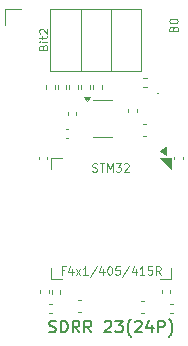
<source format=gbr>
%TF.GenerationSoftware,KiCad,Pcbnew,8.0.5*%
%TF.CreationDate,2025-06-26T13:10:11+01:00*%
%TF.ProjectId,sdrr rev d,73647272-2072-4657-9620-642e6b696361,rev?*%
%TF.SameCoordinates,Original*%
%TF.FileFunction,Legend,Top*%
%TF.FilePolarity,Positive*%
%FSLAX46Y46*%
G04 Gerber Fmt 4.6, Leading zero omitted, Abs format (unit mm)*
G04 Created by KiCad (PCBNEW 8.0.5) date 2025-06-26 13:10:11*
%MOMM*%
%LPD*%
G01*
G04 APERTURE LIST*
%ADD10C,0.100000*%
%ADD11C,0.150000*%
%ADD12C,0.120000*%
G04 APERTURE END LIST*
D10*
X114325400Y-43977600D02*
X113375400Y-43027600D01*
X114325400Y-43027600D01*
X114325400Y-43977600D01*
G36*
X114325400Y-43977600D02*
G01*
X113375400Y-43027600D01*
X114325400Y-43027600D01*
X114325400Y-43977600D01*
G37*
X103482366Y-33644600D02*
X103515700Y-33544600D01*
X103515700Y-33544600D02*
X103549033Y-33511266D01*
X103549033Y-33511266D02*
X103615700Y-33477933D01*
X103615700Y-33477933D02*
X103715700Y-33477933D01*
X103715700Y-33477933D02*
X103782366Y-33511266D01*
X103782366Y-33511266D02*
X103815700Y-33544600D01*
X103815700Y-33544600D02*
X103849033Y-33611266D01*
X103849033Y-33611266D02*
X103849033Y-33877933D01*
X103849033Y-33877933D02*
X103149033Y-33877933D01*
X103149033Y-33877933D02*
X103149033Y-33644600D01*
X103149033Y-33644600D02*
X103182366Y-33577933D01*
X103182366Y-33577933D02*
X103215700Y-33544600D01*
X103215700Y-33544600D02*
X103282366Y-33511266D01*
X103282366Y-33511266D02*
X103349033Y-33511266D01*
X103349033Y-33511266D02*
X103415700Y-33544600D01*
X103415700Y-33544600D02*
X103449033Y-33577933D01*
X103449033Y-33577933D02*
X103482366Y-33644600D01*
X103482366Y-33644600D02*
X103482366Y-33877933D01*
X103849033Y-33177933D02*
X103382366Y-33177933D01*
X103149033Y-33177933D02*
X103182366Y-33211266D01*
X103182366Y-33211266D02*
X103215700Y-33177933D01*
X103215700Y-33177933D02*
X103182366Y-33144600D01*
X103182366Y-33144600D02*
X103149033Y-33177933D01*
X103149033Y-33177933D02*
X103215700Y-33177933D01*
X103382366Y-32944600D02*
X103382366Y-32677933D01*
X103149033Y-32844600D02*
X103749033Y-32844600D01*
X103749033Y-32844600D02*
X103815700Y-32811267D01*
X103815700Y-32811267D02*
X103849033Y-32744600D01*
X103849033Y-32744600D02*
X103849033Y-32677933D01*
X103215700Y-32477933D02*
X103182366Y-32444600D01*
X103182366Y-32444600D02*
X103149033Y-32377933D01*
X103149033Y-32377933D02*
X103149033Y-32211267D01*
X103149033Y-32211267D02*
X103182366Y-32144600D01*
X103182366Y-32144600D02*
X103215700Y-32111267D01*
X103215700Y-32111267D02*
X103282366Y-32077933D01*
X103282366Y-32077933D02*
X103349033Y-32077933D01*
X103349033Y-32077933D02*
X103449033Y-32111267D01*
X103449033Y-32111267D02*
X103849033Y-32511267D01*
X103849033Y-32511267D02*
X103849033Y-32077933D01*
X114505966Y-32058733D02*
X114539300Y-31958733D01*
X114539300Y-31958733D02*
X114572633Y-31925399D01*
X114572633Y-31925399D02*
X114639300Y-31892066D01*
X114639300Y-31892066D02*
X114739300Y-31892066D01*
X114739300Y-31892066D02*
X114805966Y-31925399D01*
X114805966Y-31925399D02*
X114839300Y-31958733D01*
X114839300Y-31958733D02*
X114872633Y-32025399D01*
X114872633Y-32025399D02*
X114872633Y-32292066D01*
X114872633Y-32292066D02*
X114172633Y-32292066D01*
X114172633Y-32292066D02*
X114172633Y-32058733D01*
X114172633Y-32058733D02*
X114205966Y-31992066D01*
X114205966Y-31992066D02*
X114239300Y-31958733D01*
X114239300Y-31958733D02*
X114305966Y-31925399D01*
X114305966Y-31925399D02*
X114372633Y-31925399D01*
X114372633Y-31925399D02*
X114439300Y-31958733D01*
X114439300Y-31958733D02*
X114472633Y-31992066D01*
X114472633Y-31992066D02*
X114505966Y-32058733D01*
X114505966Y-32058733D02*
X114505966Y-32292066D01*
X114172633Y-31458733D02*
X114172633Y-31392066D01*
X114172633Y-31392066D02*
X114205966Y-31325399D01*
X114205966Y-31325399D02*
X114239300Y-31292066D01*
X114239300Y-31292066D02*
X114305966Y-31258733D01*
X114305966Y-31258733D02*
X114439300Y-31225399D01*
X114439300Y-31225399D02*
X114605966Y-31225399D01*
X114605966Y-31225399D02*
X114739300Y-31258733D01*
X114739300Y-31258733D02*
X114805966Y-31292066D01*
X114805966Y-31292066D02*
X114839300Y-31325399D01*
X114839300Y-31325399D02*
X114872633Y-31392066D01*
X114872633Y-31392066D02*
X114872633Y-31458733D01*
X114872633Y-31458733D02*
X114839300Y-31525399D01*
X114839300Y-31525399D02*
X114805966Y-31558733D01*
X114805966Y-31558733D02*
X114739300Y-31592066D01*
X114739300Y-31592066D02*
X114605966Y-31625399D01*
X114605966Y-31625399D02*
X114439300Y-31625399D01*
X114439300Y-31625399D02*
X114305966Y-31592066D01*
X114305966Y-31592066D02*
X114239300Y-31558733D01*
X114239300Y-31558733D02*
X114205966Y-31525399D01*
X114205966Y-31525399D02*
X114172633Y-31458733D01*
D11*
X103981904Y-57735000D02*
X104124761Y-57782619D01*
X104124761Y-57782619D02*
X104362856Y-57782619D01*
X104362856Y-57782619D02*
X104458094Y-57735000D01*
X104458094Y-57735000D02*
X104505713Y-57687380D01*
X104505713Y-57687380D02*
X104553332Y-57592142D01*
X104553332Y-57592142D02*
X104553332Y-57496904D01*
X104553332Y-57496904D02*
X104505713Y-57401666D01*
X104505713Y-57401666D02*
X104458094Y-57354047D01*
X104458094Y-57354047D02*
X104362856Y-57306428D01*
X104362856Y-57306428D02*
X104172380Y-57258809D01*
X104172380Y-57258809D02*
X104077142Y-57211190D01*
X104077142Y-57211190D02*
X104029523Y-57163571D01*
X104029523Y-57163571D02*
X103981904Y-57068333D01*
X103981904Y-57068333D02*
X103981904Y-56973095D01*
X103981904Y-56973095D02*
X104029523Y-56877857D01*
X104029523Y-56877857D02*
X104077142Y-56830238D01*
X104077142Y-56830238D02*
X104172380Y-56782619D01*
X104172380Y-56782619D02*
X104410475Y-56782619D01*
X104410475Y-56782619D02*
X104553332Y-56830238D01*
X104981904Y-57782619D02*
X104981904Y-56782619D01*
X104981904Y-56782619D02*
X105219999Y-56782619D01*
X105219999Y-56782619D02*
X105362856Y-56830238D01*
X105362856Y-56830238D02*
X105458094Y-56925476D01*
X105458094Y-56925476D02*
X105505713Y-57020714D01*
X105505713Y-57020714D02*
X105553332Y-57211190D01*
X105553332Y-57211190D02*
X105553332Y-57354047D01*
X105553332Y-57354047D02*
X105505713Y-57544523D01*
X105505713Y-57544523D02*
X105458094Y-57639761D01*
X105458094Y-57639761D02*
X105362856Y-57735000D01*
X105362856Y-57735000D02*
X105219999Y-57782619D01*
X105219999Y-57782619D02*
X104981904Y-57782619D01*
X106553332Y-57782619D02*
X106219999Y-57306428D01*
X105981904Y-57782619D02*
X105981904Y-56782619D01*
X105981904Y-56782619D02*
X106362856Y-56782619D01*
X106362856Y-56782619D02*
X106458094Y-56830238D01*
X106458094Y-56830238D02*
X106505713Y-56877857D01*
X106505713Y-56877857D02*
X106553332Y-56973095D01*
X106553332Y-56973095D02*
X106553332Y-57115952D01*
X106553332Y-57115952D02*
X106505713Y-57211190D01*
X106505713Y-57211190D02*
X106458094Y-57258809D01*
X106458094Y-57258809D02*
X106362856Y-57306428D01*
X106362856Y-57306428D02*
X105981904Y-57306428D01*
X107553332Y-57782619D02*
X107219999Y-57306428D01*
X106981904Y-57782619D02*
X106981904Y-56782619D01*
X106981904Y-56782619D02*
X107362856Y-56782619D01*
X107362856Y-56782619D02*
X107458094Y-56830238D01*
X107458094Y-56830238D02*
X107505713Y-56877857D01*
X107505713Y-56877857D02*
X107553332Y-56973095D01*
X107553332Y-56973095D02*
X107553332Y-57115952D01*
X107553332Y-57115952D02*
X107505713Y-57211190D01*
X107505713Y-57211190D02*
X107458094Y-57258809D01*
X107458094Y-57258809D02*
X107362856Y-57306428D01*
X107362856Y-57306428D02*
X106981904Y-57306428D01*
X108696190Y-56877857D02*
X108743809Y-56830238D01*
X108743809Y-56830238D02*
X108839047Y-56782619D01*
X108839047Y-56782619D02*
X109077142Y-56782619D01*
X109077142Y-56782619D02*
X109172380Y-56830238D01*
X109172380Y-56830238D02*
X109219999Y-56877857D01*
X109219999Y-56877857D02*
X109267618Y-56973095D01*
X109267618Y-56973095D02*
X109267618Y-57068333D01*
X109267618Y-57068333D02*
X109219999Y-57211190D01*
X109219999Y-57211190D02*
X108648571Y-57782619D01*
X108648571Y-57782619D02*
X109267618Y-57782619D01*
X109600952Y-56782619D02*
X110219999Y-56782619D01*
X110219999Y-56782619D02*
X109886666Y-57163571D01*
X109886666Y-57163571D02*
X110029523Y-57163571D01*
X110029523Y-57163571D02*
X110124761Y-57211190D01*
X110124761Y-57211190D02*
X110172380Y-57258809D01*
X110172380Y-57258809D02*
X110219999Y-57354047D01*
X110219999Y-57354047D02*
X110219999Y-57592142D01*
X110219999Y-57592142D02*
X110172380Y-57687380D01*
X110172380Y-57687380D02*
X110124761Y-57735000D01*
X110124761Y-57735000D02*
X110029523Y-57782619D01*
X110029523Y-57782619D02*
X109743809Y-57782619D01*
X109743809Y-57782619D02*
X109648571Y-57735000D01*
X109648571Y-57735000D02*
X109600952Y-57687380D01*
X110934285Y-58163571D02*
X110886666Y-58115952D01*
X110886666Y-58115952D02*
X110791428Y-57973095D01*
X110791428Y-57973095D02*
X110743809Y-57877857D01*
X110743809Y-57877857D02*
X110696190Y-57735000D01*
X110696190Y-57735000D02*
X110648571Y-57496904D01*
X110648571Y-57496904D02*
X110648571Y-57306428D01*
X110648571Y-57306428D02*
X110696190Y-57068333D01*
X110696190Y-57068333D02*
X110743809Y-56925476D01*
X110743809Y-56925476D02*
X110791428Y-56830238D01*
X110791428Y-56830238D02*
X110886666Y-56687380D01*
X110886666Y-56687380D02*
X110934285Y-56639761D01*
X111267619Y-56877857D02*
X111315238Y-56830238D01*
X111315238Y-56830238D02*
X111410476Y-56782619D01*
X111410476Y-56782619D02*
X111648571Y-56782619D01*
X111648571Y-56782619D02*
X111743809Y-56830238D01*
X111743809Y-56830238D02*
X111791428Y-56877857D01*
X111791428Y-56877857D02*
X111839047Y-56973095D01*
X111839047Y-56973095D02*
X111839047Y-57068333D01*
X111839047Y-57068333D02*
X111791428Y-57211190D01*
X111791428Y-57211190D02*
X111220000Y-57782619D01*
X111220000Y-57782619D02*
X111839047Y-57782619D01*
X112696190Y-57115952D02*
X112696190Y-57782619D01*
X112458095Y-56735000D02*
X112220000Y-57449285D01*
X112220000Y-57449285D02*
X112839047Y-57449285D01*
X113220000Y-57782619D02*
X113220000Y-56782619D01*
X113220000Y-56782619D02*
X113600952Y-56782619D01*
X113600952Y-56782619D02*
X113696190Y-56830238D01*
X113696190Y-56830238D02*
X113743809Y-56877857D01*
X113743809Y-56877857D02*
X113791428Y-56973095D01*
X113791428Y-56973095D02*
X113791428Y-57115952D01*
X113791428Y-57115952D02*
X113743809Y-57211190D01*
X113743809Y-57211190D02*
X113696190Y-57258809D01*
X113696190Y-57258809D02*
X113600952Y-57306428D01*
X113600952Y-57306428D02*
X113220000Y-57306428D01*
X114124762Y-58163571D02*
X114172381Y-58115952D01*
X114172381Y-58115952D02*
X114267619Y-57973095D01*
X114267619Y-57973095D02*
X114315238Y-57877857D01*
X114315238Y-57877857D02*
X114362857Y-57735000D01*
X114362857Y-57735000D02*
X114410476Y-57496904D01*
X114410476Y-57496904D02*
X114410476Y-57306428D01*
X114410476Y-57306428D02*
X114362857Y-57068333D01*
X114362857Y-57068333D02*
X114315238Y-56925476D01*
X114315238Y-56925476D02*
X114267619Y-56830238D01*
X114267619Y-56830238D02*
X114172381Y-56687380D01*
X114172381Y-56687380D02*
X114124762Y-56639761D01*
D10*
X107661266Y-44151100D02*
X107761266Y-44184433D01*
X107761266Y-44184433D02*
X107927933Y-44184433D01*
X107927933Y-44184433D02*
X107994599Y-44151100D01*
X107994599Y-44151100D02*
X108027933Y-44117766D01*
X108027933Y-44117766D02*
X108061266Y-44051100D01*
X108061266Y-44051100D02*
X108061266Y-43984433D01*
X108061266Y-43984433D02*
X108027933Y-43917766D01*
X108027933Y-43917766D02*
X107994599Y-43884433D01*
X107994599Y-43884433D02*
X107927933Y-43851100D01*
X107927933Y-43851100D02*
X107794599Y-43817766D01*
X107794599Y-43817766D02*
X107727933Y-43784433D01*
X107727933Y-43784433D02*
X107694599Y-43751100D01*
X107694599Y-43751100D02*
X107661266Y-43684433D01*
X107661266Y-43684433D02*
X107661266Y-43617766D01*
X107661266Y-43617766D02*
X107694599Y-43551100D01*
X107694599Y-43551100D02*
X107727933Y-43517766D01*
X107727933Y-43517766D02*
X107794599Y-43484433D01*
X107794599Y-43484433D02*
X107961266Y-43484433D01*
X107961266Y-43484433D02*
X108061266Y-43517766D01*
X108261266Y-43484433D02*
X108661266Y-43484433D01*
X108461266Y-44184433D02*
X108461266Y-43484433D01*
X108894599Y-44184433D02*
X108894599Y-43484433D01*
X108894599Y-43484433D02*
X109127933Y-43984433D01*
X109127933Y-43984433D02*
X109361266Y-43484433D01*
X109361266Y-43484433D02*
X109361266Y-44184433D01*
X109627933Y-43484433D02*
X110061266Y-43484433D01*
X110061266Y-43484433D02*
X109827933Y-43751100D01*
X109827933Y-43751100D02*
X109927933Y-43751100D01*
X109927933Y-43751100D02*
X109994599Y-43784433D01*
X109994599Y-43784433D02*
X110027933Y-43817766D01*
X110027933Y-43817766D02*
X110061266Y-43884433D01*
X110061266Y-43884433D02*
X110061266Y-44051100D01*
X110061266Y-44051100D02*
X110027933Y-44117766D01*
X110027933Y-44117766D02*
X109994599Y-44151100D01*
X109994599Y-44151100D02*
X109927933Y-44184433D01*
X109927933Y-44184433D02*
X109727933Y-44184433D01*
X109727933Y-44184433D02*
X109661266Y-44151100D01*
X109661266Y-44151100D02*
X109627933Y-44117766D01*
X110327933Y-43551100D02*
X110361266Y-43517766D01*
X110361266Y-43517766D02*
X110427933Y-43484433D01*
X110427933Y-43484433D02*
X110594600Y-43484433D01*
X110594600Y-43484433D02*
X110661266Y-43517766D01*
X110661266Y-43517766D02*
X110694600Y-43551100D01*
X110694600Y-43551100D02*
X110727933Y-43617766D01*
X110727933Y-43617766D02*
X110727933Y-43684433D01*
X110727933Y-43684433D02*
X110694600Y-43784433D01*
X110694600Y-43784433D02*
X110294600Y-44184433D01*
X110294600Y-44184433D02*
X110727933Y-44184433D01*
X105286666Y-52529966D02*
X105053332Y-52529966D01*
X105053332Y-52896633D02*
X105053332Y-52196633D01*
X105053332Y-52196633D02*
X105386666Y-52196633D01*
X105953332Y-52429966D02*
X105953332Y-52896633D01*
X105786666Y-52163300D02*
X105619999Y-52663300D01*
X105619999Y-52663300D02*
X106053332Y-52663300D01*
X106253333Y-52896633D02*
X106619999Y-52429966D01*
X106253333Y-52429966D02*
X106619999Y-52896633D01*
X107253333Y-52896633D02*
X106853333Y-52896633D01*
X107053333Y-52896633D02*
X107053333Y-52196633D01*
X107053333Y-52196633D02*
X106986666Y-52296633D01*
X106986666Y-52296633D02*
X106920000Y-52363300D01*
X106920000Y-52363300D02*
X106853333Y-52396633D01*
X108053333Y-52163300D02*
X107453333Y-53063300D01*
X108586666Y-52429966D02*
X108586666Y-52896633D01*
X108420000Y-52163300D02*
X108253333Y-52663300D01*
X108253333Y-52663300D02*
X108686666Y-52663300D01*
X109086667Y-52196633D02*
X109153333Y-52196633D01*
X109153333Y-52196633D02*
X109220000Y-52229966D01*
X109220000Y-52229966D02*
X109253333Y-52263300D01*
X109253333Y-52263300D02*
X109286667Y-52329966D01*
X109286667Y-52329966D02*
X109320000Y-52463300D01*
X109320000Y-52463300D02*
X109320000Y-52629966D01*
X109320000Y-52629966D02*
X109286667Y-52763300D01*
X109286667Y-52763300D02*
X109253333Y-52829966D01*
X109253333Y-52829966D02*
X109220000Y-52863300D01*
X109220000Y-52863300D02*
X109153333Y-52896633D01*
X109153333Y-52896633D02*
X109086667Y-52896633D01*
X109086667Y-52896633D02*
X109020000Y-52863300D01*
X109020000Y-52863300D02*
X108986667Y-52829966D01*
X108986667Y-52829966D02*
X108953333Y-52763300D01*
X108953333Y-52763300D02*
X108920000Y-52629966D01*
X108920000Y-52629966D02*
X108920000Y-52463300D01*
X108920000Y-52463300D02*
X108953333Y-52329966D01*
X108953333Y-52329966D02*
X108986667Y-52263300D01*
X108986667Y-52263300D02*
X109020000Y-52229966D01*
X109020000Y-52229966D02*
X109086667Y-52196633D01*
X109953334Y-52196633D02*
X109620000Y-52196633D01*
X109620000Y-52196633D02*
X109586667Y-52529966D01*
X109586667Y-52529966D02*
X109620000Y-52496633D01*
X109620000Y-52496633D02*
X109686667Y-52463300D01*
X109686667Y-52463300D02*
X109853334Y-52463300D01*
X109853334Y-52463300D02*
X109920000Y-52496633D01*
X109920000Y-52496633D02*
X109953334Y-52529966D01*
X109953334Y-52529966D02*
X109986667Y-52596633D01*
X109986667Y-52596633D02*
X109986667Y-52763300D01*
X109986667Y-52763300D02*
X109953334Y-52829966D01*
X109953334Y-52829966D02*
X109920000Y-52863300D01*
X109920000Y-52863300D02*
X109853334Y-52896633D01*
X109853334Y-52896633D02*
X109686667Y-52896633D01*
X109686667Y-52896633D02*
X109620000Y-52863300D01*
X109620000Y-52863300D02*
X109586667Y-52829966D01*
X110786667Y-52163300D02*
X110186667Y-53063300D01*
X111320000Y-52429966D02*
X111320000Y-52896633D01*
X111153334Y-52163300D02*
X110986667Y-52663300D01*
X110986667Y-52663300D02*
X111420000Y-52663300D01*
X112053334Y-52896633D02*
X111653334Y-52896633D01*
X111853334Y-52896633D02*
X111853334Y-52196633D01*
X111853334Y-52196633D02*
X111786667Y-52296633D01*
X111786667Y-52296633D02*
X111720001Y-52363300D01*
X111720001Y-52363300D02*
X111653334Y-52396633D01*
X112686668Y-52196633D02*
X112353334Y-52196633D01*
X112353334Y-52196633D02*
X112320001Y-52529966D01*
X112320001Y-52529966D02*
X112353334Y-52496633D01*
X112353334Y-52496633D02*
X112420001Y-52463300D01*
X112420001Y-52463300D02*
X112586668Y-52463300D01*
X112586668Y-52463300D02*
X112653334Y-52496633D01*
X112653334Y-52496633D02*
X112686668Y-52529966D01*
X112686668Y-52529966D02*
X112720001Y-52596633D01*
X112720001Y-52596633D02*
X112720001Y-52763300D01*
X112720001Y-52763300D02*
X112686668Y-52829966D01*
X112686668Y-52829966D02*
X112653334Y-52863300D01*
X112653334Y-52863300D02*
X112586668Y-52896633D01*
X112586668Y-52896633D02*
X112420001Y-52896633D01*
X112420001Y-52896633D02*
X112353334Y-52863300D01*
X112353334Y-52863300D02*
X112320001Y-52829966D01*
X113420001Y-52896633D02*
X113186668Y-52563300D01*
X113020001Y-52896633D02*
X113020001Y-52196633D01*
X113020001Y-52196633D02*
X113286668Y-52196633D01*
X113286668Y-52196633D02*
X113353335Y-52229966D01*
X113353335Y-52229966D02*
X113386668Y-52263300D01*
X113386668Y-52263300D02*
X113420001Y-52329966D01*
X113420001Y-52329966D02*
X113420001Y-52429966D01*
X113420001Y-52429966D02*
X113386668Y-52496633D01*
X113386668Y-52496633D02*
X113353335Y-52529966D01*
X113353335Y-52529966D02*
X113286668Y-52563300D01*
X113286668Y-52563300D02*
X113020001Y-52563300D01*
D12*
%TO.C,R3*%
X111961959Y-36246800D02*
X112269241Y-36246800D01*
X111961959Y-37006800D02*
X112269241Y-37006800D01*
%TO.C,C1*%
X105583400Y-39135164D02*
X105583400Y-39350836D01*
X106303400Y-39135164D02*
X106303400Y-39350836D01*
%TO.C,C3*%
X112205380Y-40155400D02*
X111924220Y-40155400D01*
X112205380Y-41175400D02*
X111924220Y-41175400D01*
%TO.C,R6*%
X103709200Y-36879559D02*
X103709200Y-37186841D01*
X104469200Y-36879559D02*
X104469200Y-37186841D01*
%TO.C,C2*%
X110688800Y-38881164D02*
X110688800Y-39096836D01*
X111408800Y-38881164D02*
X111408800Y-39096836D01*
%TO.C,R5*%
X104699800Y-36879559D02*
X104699800Y-37186841D01*
X105459800Y-36879559D02*
X105459800Y-37186841D01*
%TO.C,U3*%
X108488900Y-38150400D02*
X107688900Y-38150400D01*
X108488900Y-38150400D02*
X109288900Y-38150400D01*
X108488900Y-41270400D02*
X107688900Y-41270400D01*
X108488900Y-41270400D02*
X109288900Y-41270400D01*
X107188900Y-38200400D02*
X106948900Y-37870400D01*
X107428900Y-37870400D01*
X107188900Y-38200400D01*
G36*
X107188900Y-38200400D02*
G01*
X106948900Y-37870400D01*
X107428900Y-37870400D01*
X107188900Y-38200400D01*
G37*
%TO.C,R2*%
X106681000Y-36879559D02*
X106681000Y-37186841D01*
X107441000Y-36879559D02*
X107441000Y-37186841D01*
%TO.C,C7*%
X103119600Y-43135436D02*
X103119600Y-42919764D01*
X103839600Y-43135436D02*
X103839600Y-42919764D01*
%TO.C,C6*%
X113508200Y-54231964D02*
X113508200Y-54447636D01*
X114228200Y-54231964D02*
X114228200Y-54447636D01*
%TO.C,R8*%
X103960959Y-55382200D02*
X104268241Y-55382200D01*
X103960959Y-56142200D02*
X104268241Y-56142200D01*
%TO.C,J3*%
X104080000Y-30420000D02*
X104080000Y-35620000D01*
X106680000Y-30429200D02*
X106680000Y-35620000D01*
X109220000Y-30420000D02*
X109220000Y-35610800D01*
X111760000Y-30420000D02*
X104080000Y-30420000D01*
X111760000Y-30420000D02*
X111760000Y-35610800D01*
X111760000Y-35610800D02*
X104080000Y-35620000D01*
%TO.C,R4*%
X105690400Y-36879559D02*
X105690400Y-37186841D01*
X106450400Y-36879559D02*
X106450400Y-37186841D01*
%TO.C,U2*%
X100270000Y-30420000D02*
X101600000Y-30420000D01*
X100270000Y-31750000D02*
X100270000Y-30420000D01*
%TO.C,R7*%
X114504441Y-55382200D02*
X114197159Y-55382200D01*
X114504441Y-56142200D02*
X114197159Y-56142200D01*
%TO.C,U1*%
X113850000Y-42748000D02*
X113380000Y-42408000D01*
X113850000Y-42068000D01*
X113850000Y-42748000D01*
G36*
X113850000Y-42748000D02*
G01*
X113380000Y-42408000D01*
X113850000Y-42068000D01*
X113850000Y-42748000D01*
G37*
X114330000Y-53243000D02*
X113380000Y-53243000D01*
X114330000Y-52293000D02*
X114330000Y-53243000D01*
X114330000Y-43973000D02*
X114330000Y-43023000D01*
X114330000Y-43023000D02*
X113380000Y-43023000D01*
X104110000Y-53243000D02*
X105060000Y-53243000D01*
X104110000Y-52293000D02*
X104110000Y-53243000D01*
X104110000Y-43973000D02*
X104110000Y-43023000D01*
X104110000Y-43023000D02*
X105060000Y-43023000D01*
%TO.C,C4*%
X103246600Y-54222764D02*
X103246600Y-54438436D01*
X103966600Y-54222764D02*
X103966600Y-54438436D01*
%TO.C,C5*%
X105594036Y-40584800D02*
X105378364Y-40584800D01*
X105594036Y-41304800D02*
X105378364Y-41304800D01*
%TO.C,C8*%
X112027580Y-55099800D02*
X111746420Y-55099800D01*
X112027580Y-56119800D02*
X111746420Y-56119800D01*
%TO.C,C9*%
X106412420Y-55074400D02*
X106693580Y-55074400D01*
X106412420Y-56094400D02*
X106693580Y-56094400D01*
%TO.C,R9*%
X104191800Y-54493441D02*
X104191800Y-54186159D01*
X104951800Y-54493441D02*
X104951800Y-54186159D01*
D10*
%TO.C,D1*%
X113255600Y-37592000D02*
G75*
G02*
X113155600Y-37592000I-50000J0D01*
G01*
X113155600Y-37592000D02*
G75*
G02*
X113255600Y-37592000I50000J0D01*
G01*
D12*
%TO.C,C10*%
X114600400Y-43135436D02*
X114600400Y-42919764D01*
X115320400Y-43135436D02*
X115320400Y-42919764D01*
%TO.C,R1*%
X107671600Y-37186841D02*
X107671600Y-36879559D01*
X108431600Y-37186841D02*
X108431600Y-36879559D01*
%TD*%
M02*

</source>
